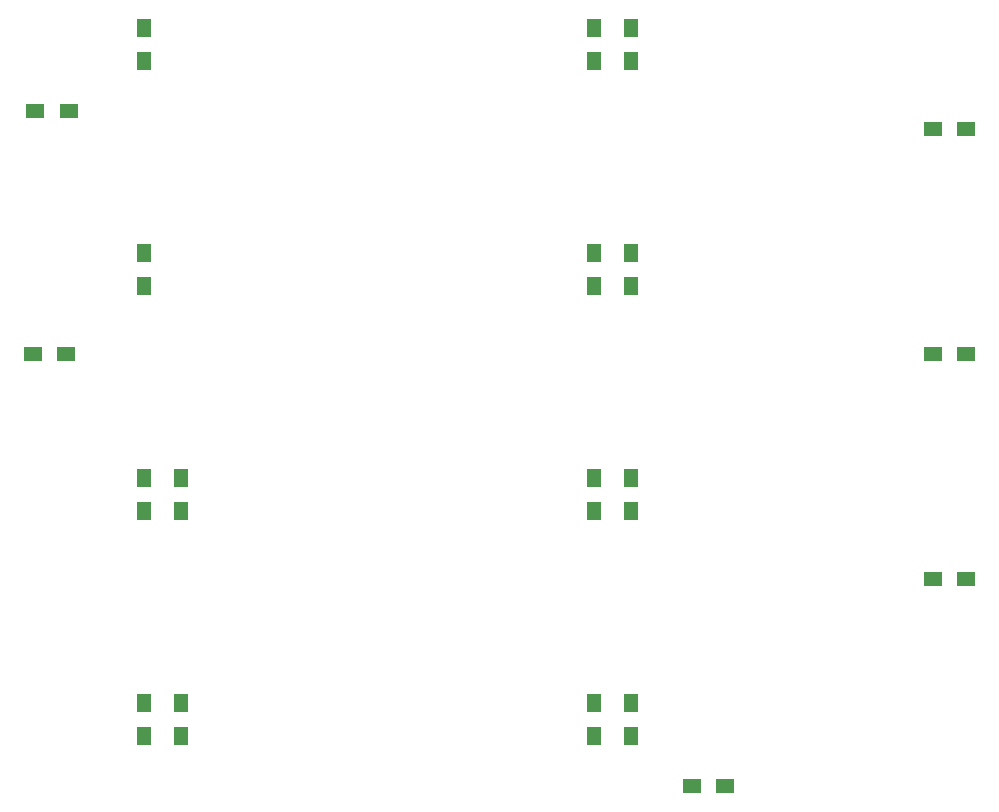
<source format=gbr>
%TF.GenerationSoftware,KiCad,Pcbnew,5.99.0-1.20211029git63d4d84.fc34*%
%TF.CreationDate,2021-10-30T18:32:49+11:00*%
%TF.ProjectId,peppermint,70657070-6572-46d6-996e-742e6b696361,rev?*%
%TF.SameCoordinates,Original*%
%TF.FileFunction,Paste,Top*%
%TF.FilePolarity,Positive*%
%FSLAX46Y46*%
G04 Gerber Fmt 4.6, Leading zero omitted, Abs format (unit mm)*
G04 Created by KiCad (PCBNEW 5.99.0-1.20211029git63d4d84.fc34) date 2021-10-30 18:32:49*
%MOMM*%
%LPD*%
G01*
G04 APERTURE LIST*
%ADD10R,1.200000X1.600000*%
%ADD11R,1.600000X1.200000*%
G04 APERTURE END LIST*
D10*
%TO.C,D4*%
X49212500Y-123637500D03*
X49212500Y-120837500D03*
%TD*%
%TO.C,D5*%
X49212500Y-66487500D03*
X49212500Y-63687500D03*
%TD*%
%TO.C,D8*%
X52387500Y-123637500D03*
X52387500Y-120837500D03*
%TD*%
%TO.C,D12*%
X87312500Y-123637500D03*
X87312500Y-120837500D03*
%TD*%
%TO.C,D7*%
X52387500Y-104587500D03*
X52387500Y-101787500D03*
%TD*%
D11*
%TO.C,D20*%
X95625000Y-127793750D03*
X98425000Y-127793750D03*
%TD*%
D10*
%TO.C,D9*%
X87312500Y-66487500D03*
X87312500Y-63687500D03*
%TD*%
%TO.C,D10*%
X87312500Y-85537500D03*
X87312500Y-82737500D03*
%TD*%
%TO.C,D3*%
X49212500Y-104587500D03*
X49212500Y-101787500D03*
%TD*%
%TO.C,D16*%
X90487500Y-123637500D03*
X90487500Y-120837500D03*
%TD*%
%TO.C,D6*%
X49212500Y-85537500D03*
X49212500Y-82737500D03*
%TD*%
%TO.C,D14*%
X90487500Y-85537500D03*
X90487500Y-82737500D03*
%TD*%
D11*
%TO.C,D18*%
X116075000Y-91281250D03*
X118875000Y-91281250D03*
%TD*%
%TO.C,D19*%
X116075000Y-110331250D03*
X118875000Y-110331250D03*
%TD*%
%TO.C,D17*%
X116075000Y-72231250D03*
X118875000Y-72231250D03*
%TD*%
D10*
%TO.C,D11*%
X87312500Y-104587500D03*
X87312500Y-101787500D03*
%TD*%
%TO.C,D15*%
X90487500Y-104587500D03*
X90487500Y-101787500D03*
%TD*%
D11*
%TO.C,D1*%
X42862500Y-70643750D03*
X40062500Y-70643750D03*
%TD*%
%TO.C,D2*%
X42675000Y-91281250D03*
X39875000Y-91281250D03*
%TD*%
D10*
%TO.C,D13*%
X90487500Y-66487500D03*
X90487500Y-63687500D03*
%TD*%
M02*

</source>
